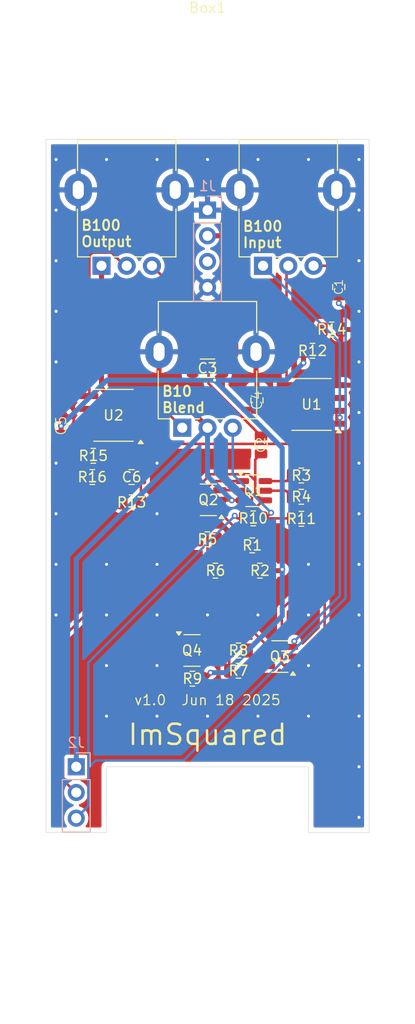
<source format=kicad_pcb>
(kicad_pcb (version 20241229) (generator "pcbnew") (generator_version "9.0")
  (layers (0 "F.Cu" jumper) (2 "B.Cu" signal) (13 "F.Paste" user) (15 "B.Paste" user) (5 "F.SilkS" user "F.Silkscreen") (7 "B.SilkS" user "B.Silkscreen") (1 "F.Mask" user) (3 "B.Mask" user) (25 "Edge.Cuts" user))
  (net 0 "")
  (net 1 "GND")
  (net 2 "IN")
  (net 3 "Net-(U2A--)")
  (net 4 "+V")
  (net 5 "OUT1")
  (net 6 "GNDREF")
  (net 7 "Net-(Q1A-E)")
  (net 8 "OUT2")
  (net 9 "Net-(Q2A-E)")
  (net 11 "Net-(Q1B-E)")
  (net 12 "Net-(Q3A-E)")
  (net 13 "Net-(Q2B-E)")
  (net 14 "Net-(Q4A-B)")
  (net 15 "IN2")
  (net 16 "OUT")
  (net 17 "Net-(Q3A-C)")
  (net 18 "Net-(Q3B-C)")
  (net 19 "Net-(Q3B-E)")
  (net 20 "2V")
  (net 21 "Net-(Q4B-C)")
  (net 22 "Net-(R10-Pad1)")
  (net 23 "Net-(U1A-+)")
  (net 24 "BUFF")
  (net 25 "Net-(R15-Pad1)")
  (net 26 "Net-(U1B-+)")
  (net 27 "Net-(C1-Pad2)")
  (net 28 "Net-(U2B-+)")
  (net 29 "Net-(C2-Pad2)")
  (footprint "Mylib:Potentiometer_9mm_MP" (layer "F.Cu") (at 100 84)
    (property "Reference" "RV3" (hide yes))
    (property "Value" "B10k Blend")
    (fp_line (start -4.88 6.62) (end -4.88 1.9) (stroke (width 0.12)) (layer "F.SilkS"))
    (fp_line (start -4.87 -1.91) (end -4.87 -4.97) (stroke (width 0.12)) (layer "F.SilkS"))
    (fp_line (start -3.69 6.62) (end -4.87 6.62) (stroke (width 0.12)) (layer "F.SilkS"))
    (fp_line (start -0.79 6.62) (end -1.32 6.62) (stroke (width 0.12)) (layer "F.SilkS"))
    (fp_line (start 1.66 6.62) (end 0.83 6.62) (stroke (width 0.12)) (layer "F.SilkS"))
    (fp_line (start 4.87 -4.97) (end -4.87 -4.97) (stroke (width 0.12)) (layer "F.SilkS"))
    (fp_line (start 4.87 -1.91) (end 4.87 -4.97) (stroke (width 0.12)) (layer "F.SilkS"))
    (fp_line (start 4.87 6.62) (end 3.38 6.62) (stroke (width 0.12)) (layer "F.SilkS"))
    (fp_line (start 4.87 6.62) (end 4.87 1.9) (stroke (width 0.12)) (layer "F.SilkS"))
    (pad "1" thru_hole rect (at -2.5 7.5) (size 1.8 1.8) (drill 1) (layers "*.Cu" "*.Mask") (net 25 "Net-(R15-Pad1)"))
    (pad "2" thru_hole circle (at 0 7.5) (size 1.8 1.8) (drill 1) (layers "*.Cu" "*.Mask") (net 6 "GNDREF"))
    (pad "3" thru_hole circle (at 2.5 7.5) (size 1.8 1.8) (drill 1) (layers "*.Cu" "*.Mask") (net 22 "Net-(R10-Pad1)"))
    (pad "MP" thru_hole oval (at -4.8 0) (size 2.72 3.24) (drill oval 1.1 1.8) (layers "*.Cu" "*.Mask") (net 1 "GND"))
    (pad "MP" thru_hole oval (at 4.8 0) (size 2.72 3.24) (drill oval 1.1 1.8) (layers "*.Cu" "*.Mask") (net 1 "GND"))
  )
  (footprint "Mylib:C_0704_1810Metric" (layer "F.Cu") (at 104.9 88.8 90)
    (property "Reference" "C4" (at 0 0 90) (layer "F.SilkS") (effects (font (thickness 0.1))))
    (property "Value" "0.1uF")
    (fp_line (start -0.25 -0.6) (end 0.25 -0.6) (stroke (width 0.12)) (layer "F.SilkS"))
    (fp_line (start -0.25 0.6) (end 0.25 0.6) (stroke (width 0.12)) (layer "F.SilkS"))
    (pad "1" smd roundrect (at -0.875 0 90) (size 0.9 1.25) (layers "F.Cu" "F.Mask" "F.Paste") (roundrect_rratio 0.2) (net 4 "+V"))
    (pad "2" smd roundrect (at 0.875 0 90) (size 0.9 1.25) (layers "F.Cu" "F.Mask" "F.Paste") (roundrect_rratio 0.2) (net 1 "GND"))
  )
  (footprint "Mylib:Potentiometer_9mm_MP" (layer "F.Cu") (at 92 68)
    (property "Reference" "RV2" (hide yes))
    (property "Value" "B100k Output")
    (fp_line (start -4.88 6.62) (end -4.88 1.9) (stroke (width 0.12)) (layer "F.SilkS"))
    (fp_line (start -4.87 -1.91) (end -4.87 -4.97) (stroke (width 0.12)) (layer "F.SilkS"))
    (fp_line (start -3.69 6.62) (end -4.87 6.62) (stroke (width 0.12)) (layer "F.SilkS"))
    (fp_line (start -0.79 6.62) (end -1.32 6.62) (stroke (width 0.12)) (layer "F.SilkS"))
    (fp_line (start 1.66 6.62) (end 0.83 6.62) (stroke (width 0.12)) (layer "F.SilkS"))
    (fp_line (start 4.87 -4.97) (end -4.87 -4.97) (stroke (width 0.12)) (layer "F.SilkS"))
    (fp_line (start 4.87 -1.91) (end 4.87 -4.97) (stroke (width 0.12)) (layer "F.SilkS"))
    (fp_line (start 4.87 6.62) (end 3.38 6.62) (stroke (width 0.12)) (layer "F.SilkS"))
    (fp_line (start 4.87 6.62) (end 4.87 1.9) (stroke (width 0.12)) (layer "F.SilkS"))
    (pad "1" thru_hole rect (at -2.5 7.5) (size 1.8 1.8) (drill 1) (layers "*.Cu" "*.Mask") (net 6 "GNDREF"))
    (pad "2" thru_hole circle (at 0 7.5) (size 1.8 1.8) (drill 1) (layers "*.Cu" "*.Mask") (net 28 "Net-(U2B-+)"))
    (pad "3" thru_hole circle (at 2.5 7.5) (size 1.8 1.8) (drill 1) (layers "*.Cu" "*.Mask") (net 29 "Net-(C2-Pad2)"))
    (pad "MP" thru_hole oval (at -4.8 0) (size 2.72 3.24) (drill oval 1.1 1.8) (layers "*.Cu" "*.Mask") (net 1 "GND"))
    (pad "MP" thru_hole oval (at 4.8 0) (size 2.72 3.24) (drill oval 1.1 1.8) (layers "*.Cu" "*.Mask") (net 1 "GND"))
  )
  (footprint "Resistor_SMD:R_0805_2012Metric" (layer "F.Cu") (at 109.286814 98.325686 180)
    (property "Reference" "R4" (at 0 0 0) (layer "F.SilkS"))
    (property "Value" "220")
    (fp_line (start -0.227064 0.735) (end 0.227064 0.735) (stroke (width 0.12)) (layer "F.SilkS"))
    (fp_line (start -0.227064 -0.735) (end 0.227064 -0.735) (stroke (width 0.12)) (layer "F.SilkS"))
    (pad "1" smd roundrect (at -0.9125 0 180) (size 1.025 1.4) (layers "F.Cu" "F.Mask" "F.Paste") (roundrect_rratio 0.243902) (net 17 "Net-(Q3A-C)"))
    (pad "2" smd roundrect (at 0.9125 0 180) (size 1.025 1.4) (layers "F.Cu" "F.Mask" "F.Paste") (roundrect_rratio 0.243902) (net 11 "Net-(Q1B-E)"))
  )
  (footprint "Package_SO:SOIC-8_3.9x4.9mm_P1.27mm" (layer "F.Cu") (at 90.6875 90.276249 180)
    (property "Reference" "U2" (at 0 0 0) (layer "F.SilkS"))
    (property "Value" "OPA1656")
    (fp_line (start 0 2.56) (end 1.95 2.56) (stroke (width 0.12)) (layer "F.SilkS"))
    (fp_line (start 0 2.56) (end -1.95 2.56) (stroke (width 0.12)) (layer "F.SilkS"))
    (fp_line (start 0 -2.56) (end 1.95 -2.56) (stroke (width 0.12)) (layer "F.SilkS"))
    (fp_line (start 0 -2.56) (end -1.95 -2.56) (stroke (width 0.12)) (layer "F.SilkS"))
    (fp_poly (pts (xy -2.7 -2.465) (xy -2.94 -2.795) (xy -2.46 -2.795)) (stroke (width 0.12)) (fill yes) (layer "F.SilkS"))
    (pad "1" smd roundrect (at -2.475 -1.905 180) (size 1.95 0.6) (layers "F.Cu" "F.Mask" "F.Paste") (net 16 "OUT"))
    (pad "2" smd roundrect (at -2.475 -0.635 180) (size 1.95 0.6) (layers "F.Cu" "F.Mask" "F.Paste") (net 3 "Net-(U2A--)"))
    (pad "3" smd roundrect (at -2.475 0.635 180) (size 1.95 0.6) (layers "F.Cu" "F.Mask" "F.Paste") (net 6 "GNDREF"))
    (pad "4" smd roundrect (at -2.475 1.905 180) (size 1.95 0.6) (layers "F.Cu" "F.Mask" "F.Paste") (net 1 "GND"))
    (pad "5" smd roundrect (at 2.475 1.905 180) (size 1.95 0.6) (layers "F.Cu" "F.Mask" "F.Paste") (net 28 "Net-(U2B-+)"))
    (pad "6" smd roundrect (at 2.475 0.635 180) (size 1.95 0.6) (layers "F.Cu" "F.Mask" "F.Paste") (net 24 "BUFF"))
    (pad "7" smd roundrect (at 2.475 -0.635 180) (size 1.95 0.6) (layers "F.Cu" "F.Mask" "F.Paste") (net 24 "BUFF"))
    (pad "8" smd roundrect (at 2.475 -1.905 180) (size 1.95 0.6) (layers "F.Cu" "F.Mask" "F.Paste") (net 4 "+V"))
  )
  (footprint "Mylib:1590A" (layer "F.Cu") (at 100 100)
    (property "Reference" "Box1" (at 0 -50 0) (layer "F.SilkS") (effects (font (thickness 0.1))))
    (property "Value" "1590A")
    (fp_line (start 0.05 50.375) (end 0.05 50.375) (stroke (width 0.1)) (layer "F.SilkS"))
  )
  (footprint "Resistor_SMD:R_0805_2012Metric" (layer "F.Cu") (at 105.186814 105.625686 180)
    (property "Reference" "R2" (at 0 0 0) (layer "F.SilkS"))
    (property "Value" "2.2k")
    (fp_line (start -0.227064 0.735) (end 0.227064 0.735) (stroke (width 0.12)) (layer "F.SilkS"))
    (fp_line (start -0.227064 -0.735) (end 0.227064 -0.735) (stroke (width 0.12)) (layer "F.SilkS"))
    (pad "1" smd roundrect (at -0.9125 0 180) (size 1.025 1.4) (layers "F.Cu" "F.Mask" "F.Paste") (roundrect_rratio 0.243902) (net 4 "+V"))
    (pad "2" smd roundrect (at 0.9125 0 180) (size 1.025 1.4) (layers "F.Cu" "F.Mask" "F.Paste") (roundrect_rratio 0.243902) (net 5 "OUT1"))
  )
  (footprint "Mylib:C_0704_1810Metric" (layer "F.Cu") (at 85.5 91.3 90)
    (property "Reference" "C5" (at 0 0 90) (layer "F.SilkS") (effects (font (thickness 0.1))))
    (property "Value" "0.1uF")
    (fp_line (start -0.25 -0.6) (end 0.25 -0.6) (stroke (width 0.12)) (layer "F.SilkS"))
    (fp_line (start -0.25 0.6) (end 0.25 0.6) (stroke (width 0.12)) (layer "F.SilkS"))
    (pad "1" smd roundrect (at -0.875 0 90) (size 0.9 1.25) (layers "F.Cu" "F.Mask" "F.Paste") (roundrect_rratio 0.2) (net 4 "+V"))
    (pad "2" smd roundrect (at 0.875 0 90) (size 0.9 1.25) (layers "F.Cu" "F.Mask" "F.Paste") (roundrect_rratio 0.2) (net 1 "GND"))
  )
  (footprint "Resistor_SMD:R_0805_2012Metric" (layer "F.Cu") (at 104.525686 100.460814 180)
    (property "Reference" "R10" (at 0 0 0) (layer "F.SilkS"))
    (property "Value" "15k")
    (fp_line (start -0.227064 0.735) (end 0.227064 0.735) (stroke (width 0.12)) (layer "F.SilkS"))
    (fp_line (start -0.227064 -0.735) (end 0.227064 -0.735) (stroke (width 0.12)) (layer "F.SilkS"))
    (pad "1" smd roundrect (at -0.9125 0 180) (size 1.025 1.4) (layers "F.Cu" "F.Mask" "F.Paste") (roundrect_rratio 0.243902) (net 22 "Net-(R10-Pad1)"))
    (pad "2" smd roundrect (at 0.9125 0 180) (size 1.025 1.4) (layers "F.Cu" "F.Mask" "F.Paste") (roundrect_rratio 0.243902) (net 2 "IN"))
  )
  (footprint "Package_SO:SOIC-8_3.9x4.9mm_P1.27mm" (layer "F.Cu") (at 110.3 89.2 180)
    (property "Reference" "U1" (at 0 0 0) (layer "F.SilkS"))
    (property "Value" "OPA1656")
    (fp_line (start 0 2.56) (end 1.95 2.56) (stroke (width 0.12)) (layer "F.SilkS"))
    (fp_line (start 0 2.56) (end -1.95 2.56) (stroke (width 0.12)) (layer "F.SilkS"))
    (fp_line (start 0 -2.56) (end 1.95 -2.56) (stroke (width 0.12)) (layer "F.SilkS"))
    (fp_line (start 0 -2.56) (end -1.95 -2.56) (stroke (width 0.12)) (layer "F.SilkS"))
    (fp_poly (pts (xy -2.7 -2.465) (xy -2.94 -2.795) (xy -2.46 -2.795)) (stroke (width 0.12)) (fill yes) (layer "F.SilkS"))
    (pad "1" smd roundrect (at -2.475 -1.905 180) (size 1.95 0.6) (layers "F.Cu" "F.Mask" "F.Paste") (net 20 "2V"))
    (pad "2" smd roundrect (at -2.475 -0.635 180) (size 1.95 0.6) (layers "F.Cu" "F.Mask" "F.Paste") (net 20 "2V"))
    (pad "3" smd roundrect (at -2.475 0.635 180) (size 1.95 0.6) (layers "F.Cu" "F.Mask" "F.Paste") (net 23 "Net-(U1A-+)"))
    (pad "4" smd roundrect (at -2.475 1.905 180) (size 1.95 0.6) (layers "F.Cu" "F.Mask" "F.Paste") (net 1 "GND"))
    (pad "5" smd roundrect (at 2.475 1.905 180) (size 1.95 0.6) (layers "F.Cu" "F.Mask" "F.Paste") (net 26 "Net-(U1B-+)"))
    (pad "6" smd roundrect (at 2.475 0.635 180) (size 1.95 0.6) (layers "F.Cu" "F.Mask" "F.Paste") (net 15 "IN2"))
    (pad "7" smd roundrect (at 2.475 -0.635 180) (size 1.95 0.6) (layers "F.Cu" "F.Mask" "F.Paste") (net 15 "IN2"))
    (pad "8" smd roundrect (at 2.475 -1.905 180) (size 1.95 0.6) (layers "F.Cu" "F.Mask" "F.Paste") (net 4 "+V"))
  )
  (footprint "Resistor_SMD:R_0805_2012Metric" (layer "F.Cu") (at 88.6875 94.276249)
    (property "Reference" "R15" (at 0 0 0) (layer "F.SilkS"))
    (property "Value" "15k")
    (fp_line (start -0.227064 -0.735) (end 0.227064 -0.735) (stroke (width 0.12)) (layer "F.SilkS"))
    (fp_line (start -0.227064 0.735) (end 0.227064 0.735) (stroke (width 0.12)) (layer "F.SilkS"))
    (pad "1" smd roundrect (at -0.9125 0) (size 1.025 1.4) (layers "F.Cu" "F.Mask" "F.Paste") (roundrect_rratio 0.243902) (net 25 "Net-(R15-Pad1)"))
    (pad "2" smd roundrect (at 0.9125 0) (size 1.025 1.4) (layers "F.Cu" "F.Mask" "F.Paste") (roundrect_rratio 0.243902) (net 24 "BUFF"))
  )
  (footprint "Resistor_SMD:R_0805_2012Metric" (layer "F.Cu") (at 99.986814 102.525686)
    (property "Reference" "R5" (at 0 0 0) (layer "F.SilkS"))
    (property "Value" "220")
    (fp_line (start -0.227064 -0.735) (end 0.227064 -0.735) (stroke (width 0.12)) (layer "F.SilkS"))
    (fp_line (start -0.227064 0.735) (end 0.227064 0.735) (stroke (width 0.12)) (layer "F.SilkS"))
    (pad "1" smd roundrect (at -0.9125 0) (size 1.025 1.4) (layers "F.Cu" "F.Mask" "F.Paste") (roundrect_rratio 0.243902) (net 9 "Net-(Q2A-E)"))
    (pad "2" smd roundrect (at 0.9125 0) (size 1.025 1.4) (layers "F.Cu" "F.Mask" "F.Paste") (roundrect_rratio 0.243902) (net 18 "Net-(Q3B-C)"))
  )
  (footprint "Capacitor_SMD:C_1206_3216Metric" (layer "F.Cu") (at 100 85.625 180)
    (property "Reference" "C3" (at 0 0 0) (layer "F.SilkS"))
    (property "Value" "22uF")
    (fp_line (start -0.711252 0.91) (end 0.711252 0.91) (stroke (width 0.12)) (layer "F.SilkS"))
    (fp_line (start -0.711252 -0.91) (end 0.711252 -0.91) (stroke (width 0.12)) (layer "F.SilkS"))
    (pad "1" smd roundrect (at -1.475001 0 180) (size 1.15 1.8) (layers "F.Cu" "F.Mask" "F.Paste") (roundrect_rratio 0.217391) (net 4 "+V"))
    (pad "2" smd roundrect (at 1.475001 0 180) (size 1.15 1.8) (layers "F.Cu" "F.Mask" "F.Paste") (roundrect_rratio 0.217391) (net 1 "GND"))
  )
  (footprint "Resistor_SMD:R_0805_2012Metric" (layer "F.Cu") (at 92.4875 98.876249 180)
    (property "Reference" "R13" (at 0 0 0) (layer "F.SilkS"))
    (property "Value" "51k")
    (fp_line (start -0.227064 0.735) (end 0.227064 0.735) (stroke (width 0.12)) (layer "F.SilkS"))
    (fp_line (start -0.227064 -0.735) (end 0.227064 -0.735) (stroke (width 0.12)) (layer "F.SilkS"))
    (pad "1" smd roundrect (at -0.9125 0 180) (size 1.025 1.4) (layers "F.Cu" "F.Mask" "F.Paste") (roundrect_rratio 0.243902) (net 16 "OUT"))
    (pad "2" smd roundrect (at 0.9125 0 180) (size 1.025 1.4) (layers "F.Cu" "F.Mask" "F.Paste") (roundrect_rratio 0.243902) (net 3 "Net-(U2A--)"))
  )
  (footprint "Package_TO_SOT_SMD:SOT-23-6" (layer "F.Cu") (at 107.163186 114.110814 180)
    (property "Reference" "Q3" (at 0 0 0) (layer "F.SilkS"))
    (property "Value" "DMMT5551")
    (fp_line (start 0 1.56) (end 0.8 1.56) (stroke (width 0.12)) (layer "F.SilkS"))
    (fp_line (start 0 1.56) (end -0.8 1.56) (stroke (width 0.12)) (layer "F.SilkS"))
    (fp_line (start 0 -1.56) (end 0.8 -1.56) (stroke (width 0.12)) (layer "F.SilkS"))
    (fp_line (start 0 -1.56) (end -0.8 -1.56) (stroke (width 0.12)) (layer "F.SilkS"))
    (fp_poly (pts (xy -1.3 -1.51) (xy -1.54 -1.84) (xy -1.06 -1.84)) (stroke (width 0.12)) (fill yes) (layer "F.SilkS"))
    (pad "1" smd roundrect (at -1.1375 -0.95 180) (size 1.325 0.6) (layers "F.Cu" "F.Mask" "F.Paste") (net 17 "Net-(Q3A-C)"))
    (pad "2" smd roundrect (at -1.1375 0 180) (size 1.325 0.6) (layers "F.Cu" "F.Mask" "F.Paste") (net 15 "IN2"))
    (pad "3" smd roundrect (at -1.1375 0.95 180) (size 1.325 0.6) (layers "F.Cu" "F.Mask" "F.Paste") (net 20 "2V"))
    (pad "4" smd roundrect (at 1.1375 0.95 180) (size 1.325 0.6) (layers "F.Cu" "F.Mask" "F.Paste") (net 18 "Net-(Q3B-C)"))
    (pad "5" smd roundrect (at 1.1375 0 180) (size 1.325 0.6) (layers "F.Cu" "F.Mask" "F.Paste") (net 19 "Net-(Q3B-E)"))
    (pad "6" smd roundrect (at 1.1375 -0.95 180) (size 1.325 0.6) (layers "F.Cu" "F.Mask" "F.Paste") (net 12 "Net-(Q3A-E)"))
  )
  (footprint "Resistor_SMD:R_0805_2012Metric" (layer "F.Cu") (at 109.286814 96.225686)
    (property "Reference" "R3" (at 0 0 0) (layer "F.SilkS"))
    (property "Value" "220")
    (fp_line (start -0.227064 -0.735) (end 0.227064 -0.735) (stroke (width 0.12)) (layer "F.SilkS"))
    (fp_line (start -0.227064 0.735) (end 0.227064 0.735) (stroke (width 0.12)) (layer "F.SilkS"))
    (pad "1" smd roundrect (at -0.9125 0) (size 1.025 1.4) (layers "F.Cu" "F.Mask" "F.Paste") (roundrect_rratio 0.243902) (net 7 "Net-(Q1A-E)"))
    (pad "2" smd roundrect (at 0.9125 0) (size 1.025 1.4) (layers "F.Cu" "F.Mask" "F.Paste") (roundrect_rratio 0.243902) (net 17 "Net-(Q3A-C)"))
  )
  (footprint "Resistor_SMD:R_0805_2012Metric" (layer "F.Cu") (at 98.5 116.3 180)
    (property "Reference" "R9" (at 0 0 0) (layer "F.SilkS"))
    (property "Value" "10k")
    (fp_line (start -0.227064 0.735) (end 0.227064 0.735) (stroke (width 0.12)) (layer "F.SilkS"))
    (fp_line (start -0.227064 -0.735) (end 0.227064 -0.735) (stroke (width 0.12)) (layer "F.SilkS"))
    (pad "1" smd roundrect (at -0.9125 0 180) (size 1.025 1.4) (layers "F.Cu" "F.Mask" "F.Paste") (roundrect_rratio 0.243902) (net 4 "+V"))
    (pad "2" smd roundrect (at 0.9125 0 180) (size 1.025 1.4) (layers "F.Cu" "F.Mask" "F.Paste") (roundrect_rratio 0.243902) (net 14 "Net-(Q4A-B)"))
  )
  (footprint "Resistor_SMD:R_0805_2012Metric" (layer "F.Cu") (at 103.063186 115.510814 180)
    (property "Reference" "R7" (at 0 0 0) (layer "F.SilkS"))
    (property "Value" "220")
    (fp_line (start -0.227064 0.735) (end 0.227064 0.735) (stroke (width 0.12)) (layer "F.SilkS"))
    (fp_line (start -0.227064 -0.735) (end 0.227064 -0.735) (stroke (width 0.12)) (layer "F.SilkS"))
    (pad "1" smd roundrect (at -0.9125 0 180) (size 1.025 1.4) (layers "F.Cu" "F.Mask" "F.Paste") (roundrect_rratio 0.243902) (net 12 "Net-(Q3A-E)"))
    (pad "2" smd roundrect (at 0.9125 0 180) (size 1.025 1.4) (layers "F.Cu" "F.Mask" "F.Paste") (roundrect_rratio 0.243902) (net 21 "Net-(Q4B-C)"))
  )
  (footprint "Resistor_SMD:R_0805_2012Metric" (layer "F.Cu") (at 100.786814 105.625686 180)
    (property "Reference" "R6" (at 0 0 0) (layer "F.SilkS"))
    (property "Value" "220")
    (fp_line (start -0.227064 0.735) (end 0.227064 0.735) (stroke (width 0.12)) (layer "F.SilkS"))
    (fp_line (start -0.227064 -0.735) (end 0.227064 -0.735) (stroke (width 0.12)) (layer "F.SilkS"))
    (pad "1" smd roundrect (at -0.9125 0 180) (size 1.025 1.4) (layers "F.Cu" "F.Mask" "F.Paste") (roundrect_rratio 0.243902) (net 18 "Net-(Q3B-C)"))
    (pad "2" smd roundrect (at 0.9125 0 180) (size 1.025 1.4) (layers "F.Cu" "F.Mask" "F.Paste") (roundrect_rratio 0.243902) (net 13 "Net-(Q2B-E)"))
  )
  (footprint "Resistor_SMD:R_0805_2012Metric" (layer "F.Cu") (at 109.3 100.5 180)
    (property "Reference" "R11" (at 0 0 0) (layer "F.SilkS"))
    (property "Value" "15k")
    (fp_line (start -0.227064 0.735) (end 0.227064 0.735) (stroke (width 0.12)) (layer "F.SilkS"))
    (fp_line (start -0.227064 -0.735) (end 0.227064 -0.735) (stroke (width 0.12)) (layer "F.SilkS"))
    (pad "1" smd roundrect (at -0.9125 0 180) (size 1.025 1.4) (layers "F.Cu" "F.Mask" "F.Paste") (roundrect_rratio 0.243902) (net 3 "Net-(U2A--)"))
    (pad "2" smd roundrect (at 0.9125 0 180) (size 1.025 1.4) (layers "F.Cu" "F.Mask" "F.Paste") (roundrect_rratio 0.243902) (net 22 "Net-(R10-Pad1)"))
  )
  (footprint "Resistor_SMD:R_0805_2012Metric" (layer "F.Cu") (at 110.4 83.9 180)
    (property "Reference" "R12" (at 0 0 0) (layer "F.SilkS"))
    (property "Value" "22k")
    (fp_line (start -0.227064 0.735) (end 0.227064 0.735) (stroke (width 0.12)) (layer "F.SilkS"))
    (fp_line (start -0.227064 -0.735) (end 0.227064 -0.735) (stroke (width 0.12)) (layer "F.SilkS"))
    (pad "1" smd roundrect (at -0.9125 0 180) (size 1.025 1.4) (layers "F.Cu" "F.Mask" "F.Paste") (roundrect_rratio 0.243902) (net 23 "Net-(U1A-+)"))
    (pad "2" smd roundrect (at 0.9125 0 180) (size 1.025 1.4) (layers "F.Cu" "F.Mask" "F.Paste") (roundrect_rratio 0.243902) (net 4 "+V"))
  )
  (footprint "Capacitor_SMD:C_0805_2012Metric" (layer "F.Cu") (at 92.4875 96.376249 180)
    (property "Reference" "C6" (at 0 0 0) (layer "F.SilkS"))
    (property "Value" "47pF")
    (fp_line (start -0.261252 0.735) (end 0.261252 0.735) (stroke (width 0.12)) (layer "F.SilkS"))
    (fp_line (start -0.261252 -0.735) (end 0.261252 -0.735) (stroke (width 0.12)) (layer "F.SilkS"))
    (pad "1" smd roundrect (at -0.95 0 180) (size 1 1.45) (layers "F.Cu" "F.Mask" "F.Paste") (net 16 "OUT"))
    (pad "2" smd roundrect (at 0.95 0 180) (size 1 1.45) (layers "F.Cu" "F.Mask" "F.Paste") (net 3 "Net-(U2A--)"))
  )
  (footprint "Resistor_SMD:R_0805_2012Metric" (layer "F.Cu") (at 104.425686 103.125686 180)
    (property "Reference" "R1" (at 0 0 0) (layer "F.SilkS"))
    (property "Value" "2.2k")
    (fp_line (start -0.227064 0.735) (end 0.227064 0.735) (stroke (width 0.12)) (layer "F.SilkS"))
    (fp_line (start -0.227064 -0.735) (end 0.227064 -0.735) (stroke (width 0.12)) (layer "F.SilkS"))
    (pad "1" smd roundrect (at -0.9125 0 180) (size 1.025 1.4) (layers "F.Cu" "F.Mask" "F.Paste") (roundrect_rratio 0.243902) (net 4 "+V"))
    (pad "2" smd roundrect (at 0.9125 0 180) (size 1.025 1.4) (layers "F.Cu" "F.Mask" "F.Paste") (roundrect_rratio 0.243902) (net 8 "OUT2"))
  )
  (footprint "Resistor_SMD:R_0805_2012Metric" (layer "F.Cu") (at 88.5875 96.376249 180)
    (property "Reference" "R16" (at 0 0 0) (layer "F.SilkS"))
    (property "Value" "15k")
    (fp_line (start -0.227064 0.735) (end 0.227064 0.735) (stroke (width 0.12)) (layer "F.SilkS"))
    (fp_line (start -0.227064 -0.735) (end 0.227064 -0.735) (stroke (width 0.12)) (layer "F.SilkS"))
    (pad "1" smd roundrect (at -0.9125 0 180) (size 1.025 1.4) (layers "F.Cu" "F.Mask" "F.Paste") (roundrect_rratio 0.243902) (net 3 "Net-(U2A--)"))
    (pad "2" smd roundrect (at 0.9125 0 180) (size 1.025 1.4) (layers "F.Cu" "F.Mask" "F.Paste") (roundrect_rratio 0.243902) (net 25 "Net-(R15-Pad1)"))
  )
  (footprint "Package_TO_SOT_SMD:SOT-23-6" (layer "F.Cu") (at 98.463186 113.510814)
    (property "Reference" "Q4" (at 0 0 0) (layer "F.SilkS"))
    (property "Value" "DMMT5551")
    (fp_line (start 0 -1.56) (end -0.8 -1.56) (stroke (width 0.12)) (layer "F.SilkS"))
    (fp_line (start 0 -1.56) (end 0.8 -1.56) (stroke (width 0.12)) (layer "F.SilkS"))
    (fp_line (start 0 1.56) (end -0.8 1.56) (stroke (width 0.12)) (layer "F.SilkS"))
    (fp_line (start 0 1.56) (end 0.8 1.56) (stroke (width 0.12)) (layer "F.SilkS"))
    (fp_poly (pts (xy -1.3 -1.51) (xy -1.54 -1.84) (xy -1.06 -1.84)) (stroke (width 0.12)) (fill yes) (layer "F.SilkS"))
    (pad "1" smd roundrect (at -1.1375 -0.95) (size 1.325 0.6) (layers "F.Cu" "F.Mask" "F.Paste") (net 14 "Net-(Q4A-B)"))
    (pad "2" smd roundrect (at -1.1375 0) (size 1.325 0.6) (layers "F.Cu" "F.Mask" "F.Paste") (net 14 "Net-(Q4A-B)"))
    (pad "3" smd roundrect (at -1.1375 0.95) (size 1.325 0.6) (layers "F.Cu" "F.Mask" "F.Paste") (net 14 "Net-(Q4A-B)"))
    (pad "4" smd roundrect (at 1.1375 0.95) (size 1.325 0.6) (layers "F.Cu" "F.Mask" "F.Paste") (net 21 "Net-(Q4B-C)"))
    (pad "5" smd roundrect (at 1.1375 0) (size 1.325 0.6) (layers "F.Cu" "F.Mask" "F.Paste") (net 1 "GND"))
    (pad "6" smd roundrect (at 1.1375 -0.95) (size 1.325 0.6) (layers "F.Cu" "F.Mask" "F.Paste") (net 1 "GND"))
  )
  (footprint "Mylib:C_0704_1810Metric" (layer "F.Cu") (at 105.3 93.2 90)
    (property "Reference" "C2" (at 0 0 90) (layer "F.SilkS") (effects (font (size 0.8 0.8) (thickness 0.1))))
    (property "Value" "0.1uF")
    (fp_line (start -0.25 -0.6) (end 0.25 -0.6) (stroke (width 0.12)) (layer "F.SilkS"))
    (fp_line (start -0.25 0.6) (end 0.25 0.6) (stroke (width 0.12)) (layer "F.SilkS"))
    (pad "1" smd roundrect (at -0.875 0 90) (size 0.9 1.25) (layers "F.Cu" "F.Mask" "F.Paste") (roundrect_rratio 0.2) (net 5 "OUT1"))
    (pad "2" smd roundrect (at 0.875 0 90) (size 0.9 1.25) (layers "F.Cu" "F.Mask" "F.Paste") (roundrect_rratio 0.2) (net 29 "Net-(C2-Pad2)"))
  )
  (footprint "Mylib:Potentiometer_9mm_MP" (layer "F.Cu") (at 108 68)
    (property "Reference" "RV1" (hide yes))
    (property "Value" "B100k Input")
    (fp_line (start -4.88 6.62) (end -4.88 1.9) (stroke (width 0.12)) (layer "F.SilkS"))
    (fp_line (start -4.87 -1.91) (end -4.87 -4.97) (stroke (width 0.12)) (layer "F.SilkS"))
    (fp_line (start -3.69 6.62) (end -4.87 6.62) (stroke (width 0.12)) (layer "F.SilkS"))
    (fp_line (start -0.79 6.62) (end -1.32 6.62) (stroke (width 0.12)) (layer "F.SilkS"))
    (fp_line (start 1.66 6.62) (end 0.83 6.62) (stroke (width 0.12)) (layer "F.SilkS"))
    (fp_line (start 4.87 -4.97) (end -4.87 -4.97) (stroke (width 0.12)) (layer "F.SilkS"))
    (fp_line (start 4.87 -1.91) (end 4.87 -4.97) (stroke (width 0.12)) (layer "F.SilkS"))
    (fp_line (start 4.87 6.62) (end 3.38 6.62) (stroke (width 0.12)) (layer "F.SilkS"))
    (fp_line (start 4.87 6.62) (end 4.87 1.9) (stroke (width 0.12)) (layer "F.SilkS"))
    (pad "1" thru_hole rect (at -2.5 7.5) (size 1.8 1.8) (drill 1) (layers "*.Cu" "*.Mask") (net 20 "2V"))
    (pad "2" thru_hole circle (at 0 7.5) (size 1.8 1.8) (drill 1) (layers "*.Cu" "*.Mask") (net 26 "Net-(U1B-+)"))
    (pad "3" thru_hole circle (at 2.5 7.5) (size 1.8 1.8) (drill 1) (layers "*.Cu" "*.Mask") (net 27 "Net-(C1-Pad2)"))
    (pad "MP" thru_hole oval (at -4.8 0) (size 2.72 3.24) (drill oval 1.1 1.8) (layers "*.Cu" "*.Mask") (net 1 "GND"))
    (pad "MP" thru_hole oval (at 4.8 0) (size 2.72 3.24) (drill oval 1.1 1.8) (layers "*.Cu" "*.Mask") (net 1 "GND"))
  )
  (footprint "Resistor_SMD:R_0805_2012Metric" (layer "F.Cu") (at 103.063186 113.510814)
    (property "Reference" "R8" (at 0 0 0) (layer "F.SilkS"))
    (property "Value" "220")
    (fp_line (start -0.227064 -0.735) (end 0.227064 -0.735) (stroke (width 0.12)) (layer "F.SilkS"))
    (fp_line (start -0.227064 0.735) (end 0.227064 0.735) (stroke (width 0.12)) (layer "F.SilkS"))
    (pad "1" smd roundrect (at -0.9125 0) (size 1.025 1.4) (layers "F.Cu" "F.Mask" "F.Paste") (roundrect_rratio 0.243902) (net 21 "Net-(Q4B-C)"))
    (pad "2" smd roundrect (at 0.9125 0) (size 1.025 1.4) (layers "F.Cu" "F.Mask" "F.Paste") (roundrect_rratio 0.243902) (net 19 "Net-(Q3B-E)"))
  )
  (footprint "Package_TO_SOT_SMD:SOT-23-6" (layer "F.Cu") (at 100.086814 98.625686 180)
    (property "Reference" "Q2" (at 0 0 0) (layer "F.SilkS"))
    (property "Value" "DMMT5551")
    (fp_line (start 0 1.56) (end 0.8 1.56) (stroke (width 0.12)) (layer "F.SilkS"))
    (fp_line (start 0 1.56) (end -0.8 1.56) (stroke (width 0.12)) (layer "F.SilkS"))
    (fp_line (start 0 -1.56) (end 0.8 -1.56) (stroke (width 0.12)) (layer "F.SilkS"))
    (fp_line (start 0 -1.56) (end -0.8 -1.56) (stroke (width 0.12)) (layer "F.SilkS"))
    (fp_poly (pts (xy -1.3 -1.51) (xy -1.54 -1.84) (xy -1.06 -1.84)) (stroke (width 0.12)) (fill yes) (layer "F.SilkS"))
    (pad "1" smd roundrect (at -1.1375 -0.95 180) (size 1.325 0.6) (layers "F.Cu" "F.Mask" "F.Paste") (net 8 "OUT2"))
    (pad "2" smd roundrect (at -1.1375 0 180) (size 1.325 0.6) (layers "F.Cu" "F.Mask" "F.Paste") (net 6 "GNDREF"))
    (pad "3" smd roundrect (at -1.1375 0.95 180) (size 1.325 0.6) (layers "F.Cu" "F.Mask" "F.Paste") (net 2 "IN"))
    (pad "4" smd roundrect (at 1.1375 0.95 180) (size 1.325 0.6) (layers "F.Cu" "F.Mask" "F.Paste") (net 5 "OUT1"))
    (pad "5" smd roundrect (at 1.1375 0 180) (size 1.325 0.6) (layers "F.Cu" "F.Mask" "F.Paste") (net 13 "Net-(Q2B-E)"))
    (pad "6" smd roundrect (at 1.1375 -0.95 180) (size 1.325 0.6) (layers "F.Cu" "F.Mask" "F.Paste") (net 9 "Net-(Q2A-E)"))
  )
  (footprint "Mylib:C_0704_1810Metric" (layer "F.Cu") (at 113 77.6 90)
    (property "Reference" "C1" (at 0 0 90) (layer "F.SilkS") (effects (font (size 0.8 0.8) (thickness 0.1))))
    (property "Value" "0.1uF")
    (fp_line (start -0.25 -0.6) (end 0.25 -0.6) (stroke (width 0.12)) (layer "F.SilkS"))
    (fp_line (start -0.25 0.6) (end 0.25 0.6) (stroke (width 0.12)) (layer "F.SilkS"))
    (pad "1" smd roundrect (at -0.875 0 90) (size 0.9 1.25) (layers "F.Cu" "F.Mask" "F.Paste") (roundrect_rratio 0.2) (net 2 "IN"))
    (pad "2" smd roundrect (at 0.875 0 90) (size 0.9 1.25) (layers "F.Cu" "F.Mask" "F.Paste") (roundrect_rratio 0.2) (net 27 "Net-(C1-Pad2)"))
  )
  (footprint "Resistor_SMD:R_0805_2012Metric" (layer "F.Cu") (at 112.3 81.8 180)
    (property "Reference" "R14" (at 0 0 0) (layer "F.SilkS"))
    (property "Value" "10k")
    (fp_line (start -0.227064 0.735) (end 0.227064 0.735) (stroke (width 0.12)) (layer "F.SilkS"))
    (fp_line (start -0.227064 -0.735) (end 0.227064 -0.735) (stroke (width 0.12)) (layer "F.SilkS"))
    (pad "1" smd roundrect (at -0.9125 0 180) (size 1.025 1.4) (layers "F.Cu" "F.Mask" "F.Paste") (roundrect_rratio 0.243902) (net 1 "GND"))
    (pad "2" smd roundrect (at 0.9125 0 180) (size 1.025 1.4) (layers "F.Cu" "F.Mask" "F.Paste") (roundrect_rratio 0.243902) (net 23 "Net-(U1A-+)"))
  )
  (footprint "Package_TO_SOT_SMD:SOT-23-6" (layer "F.Cu") (at 104.586814 97.725686)
    (property "Reference" "Q1" (at 0 0 0) (layer "F.SilkS"))
    (property "Value" "DMMT5551")
    (fp_line (start 0 -1.56) (end -0.8 -1.56) (stroke (width 0.12)) (layer "F.SilkS"))
    (fp_line (start 0 -1.56) (end 0.8 -1.56) (stroke (width 0.12)) (layer "F.SilkS"))
    (fp_line (start 0 1.56) (end -0.8 1.56) (stroke (width 0.12)) (layer "F.SilkS"))
    (fp_line (start 0 1.56) (end 0.8 1.56) (stroke (width 0.12)) (layer "F.SilkS"))
    (fp_poly (pts (xy -1.3 -1.51) (xy -1.54 -1.84) (xy -1.06 -1.84)) (stroke (width 0.12)) (fill yes) (layer "F.SilkS"))
    (pad "1" smd roundrect (at -1.1375 -0.95) (size 1.325 0.6) (layers "F.Cu" "F.Mask" "F.Paste") (net 8 "OUT2"))
    (pad "2" smd roundrect (at -1.1375 0) (size 1.325 0.6) (layers "F.Cu" "F.Mask" "F.Paste") (net 2 "IN"))
    (pad "3" smd roundrect (at -1.1375 0.95) (size 1.325 0.6) (layers "F.Cu" "F.Mask" "F.Paste") (net 6 "GNDREF"))
    (pad "4" smd roundrect (at 1.1375 0.95) (size 1.325 0.6) (layers "F.Cu" "F.Mask" "F.Paste") (net 5 "OUT1"))
    (pad "5" smd roundrect (at 1.1375 0) (size 1.325 0.6) (layers "F.Cu" "F.Mask" "F.Paste") (net 11 "Net-(Q1B-E)"))
    (pad "6" smd roundrect (at 1.1375 -0.95) (size 1.325 0.6) (layers "F.Cu" "F.Mask" "F.Paste") (net 7 "Net-(Q1A-E)"))
  )
  (footprint "Connector_PinHeader_2.54mm:PinHeader_1x04_P2.54mm_Vertical" (layer "B.Cu") (at 100 70 180)
    (property "Reference" "J1" (at 0 2.38 0) (layer "B.SilkS") (effects (justify mirror)))
    (property "Value" "Conn_01x04_Pin")
    (fp_line (start 1.38 -1.27) (end 1.38 -9) (stroke (width 0.12)) (layer "B.SilkS"))
    (fp_line (start -1.38 1.38) (end 0 1.38) (stroke (width 0.12)) (layer "B.SilkS"))
    (fp_line (start -1.38 0) (end -1.38 1.38) (stroke (width 0.12)) (layer "B.SilkS"))
    (fp_line (start -1.38 -1.27) (end 1.38 -1.27) (stroke (width 0.12)) (layer "B.SilkS"))
    (fp_line (start -1.38 -1.27) (end -1.38 -9) (stroke (width 0.12)) (layer "B.SilkS"))
    (fp_line (start -1.38 -9) (end 1.38 -9) (stroke (width 0.12)) (layer "B.SilkS"))
    (pad "1" thru_hole rect (at 0 0 180) (size 1.7 1.7) (drill 1) (layers "*.Cu" "*.Mask") (net 1 "GND"))
    (pad "2" thru_hole circle (at 0 -2.54 180) (size 1.7 1.7) (drill 1) (layers "*.Cu" "*.Mask") (net 4 "+V"))
    (pad "3" thru_hole circle (at 0 -5.08 180) (size 1.7 1.7) (drill 1) (layers "*.Cu" "*.Mask"))
    (pad "4" thru_hole circle (at 0 -7.62 180) (size 1.7 1.7) (drill 1) (layers "*.Cu" "*.Mask") (net 1 "GND"))
  )
  (footprint "Connector_PinHeader_2.54mm:PinHeader_1x03_P2.54mm_Vertical" (layer "B.Cu") (at 87 125 180)
    (property "Reference" "J2" (at 0 2.38 0) (layer "B.SilkS") (effects (justify mirror)))
    (property "Value" "Conn_01x03_Pin")
    (fp_line (start 1.38 -1.27) (end 1.38 -6.46) (stroke (width 0.12)) (layer "B.SilkS"))
    (fp_line (start -1.38 1.38) (end 0 1.38) (stroke (width 0.12)) (layer "B.SilkS"))
    (fp_line (start -1.38 0) (end -1.38 1.38) (stroke (width 0.12)) (layer "B.SilkS"))
    (fp_line (start -1.38 -1.27) (end 1.38 -1.27) (stroke (width 0.12)) (layer "B.SilkS"))
    (fp_line (start -1.38 -1.27) (end -1.38 -6.46) (stroke (width 0.12)) (layer "B.SilkS"))
    (fp_line (start -1.38 -6.46) (end 1.38 -6.46) (stroke (width 0.12)) (layer "B.SilkS"))
    (pad "1" thru_hole rect (at 0 0 180) (size 1.7 1.7) (drill 1) (layers "*.Cu" "*.Mask") (net 6 "GNDREF"))
    (pad "2" thru_hole circle (at 0 -2.54 180) (size 1.7 1.7) (drill 1) (layers "*.Cu" "*.Mask") (net 16 "OUT"))
    (pad "3" thru_hole circle (at 0 -5.08 180) (size 1.7 1.7) (drill 1) (layers "*.Cu" "*.Mask") (net 2 "IN"))
  )
  (gr_line (start 116 131.5) (end 116 63) (stroke (width 0.05)) (layer "Edge.Cuts"))
  (gr_line (start 84 131.5) (end 90 131.5) (stroke (width 0.05)) (layer "Edge.Cuts"))
  (gr_line (start 116 63) (end 84 63) (stroke (width 0.05)) (layer "Edge.Cuts"))
  (gr_line (start 90 125) (end 110 125) (stroke (width 0.05)) (layer "Edge.Cuts"))
  (gr_line (start 110 131.5) (end 116 131.5) (stroke (width 0.05)) (layer "Edge.Cuts"))
  (gr_line (start 90 131.5) (end 90 125) (stroke (width 0.05)) (layer "Edge.Cuts"))
  (gr_line (start 84 63) (end 84 131.5) (stroke (width 0.05)) (layer "Edge.Cuts"))
  (gr_line (start 110 125) (end 110 131.5) (stroke (width 0.05)) (layer "Edge.Cuts"))
  (gr_text "v1.0  Jun 18 2025" (at 100 119 0) (layer "F.SilkS") (effects (font (size 1 1) (thickness 0.125)) (justify bottom)))
  (gr_text "B10\nBlend" (at 95.4 90.1 0) (layer "F.SilkS") (effects (font (size 1 1) (thickness 0.2) (bold yes)) (justify left bottom)))
  (gr_text "B100\nOutput" (at 87.4 73.7 0) (layer "F.SilkS") (effects (font (size 1 1) (thickness 0.2) (bold yes)) (justify left bottom)))
  (gr_text "ImSquared" (at 100 123 0) (layer "F.SilkS") (effects (font (size 2 2) (thickness 0.25)) (justify bottom)))
  (gr_text "B100\nInput" (at 103.4 73.8 0) (layer "F.SilkS") (effects (font (size 1 1) (thickness 0.2) (bold yes)) (justify left bottom)))
  (via (at 110 110) (size 0.6) (drill 0.3) (layers "F.Cu" "B.Cu") (net 1))
  (via (at 105 65) (size 0.6) (drill 0.3) (layers "F.Cu" "B.Cu") (net 1))
  (via (at 85 80) (size 0.6) (drill 0.3) (layers "F.Cu" "B.Cu") (net 1))
  (via (at 115 125) (size 0.6) (drill 0.3) (layers "F.Cu" "B.Cu") (net 1))
  (via (at 115 100) (size 0.6) (drill 0.3) (layers "F.Cu" "B.Cu") (net 1))
  (via (at 85 75) (size 0.6) (drill 0.3) (layers "F.Cu" "B.Cu") (net 1))
  (via (at 115 120) (size 0.6) (drill 0.3) (layers "F.Cu" "B.Cu") (net 1))
  (via (at 105 110) (size 0.6) (drill 0.3) (layers "F.Cu" "B.Cu") (net 1))
  (via (at 95 65) (size 0.6) (drill 0.3) (layers "F.Cu" "B.Cu") (net 1))
  (via (at 115 90) (size 0.6) (drill 0.3) (layers "F.Cu" "B.Cu") (net 1))
  (via (at 85 85) (size 0.6) (drill 0.3) (layers "F.Cu" "B.Cu") (net 1))
  (via (at 90 105) (size 0.6) (drill 0.3) (layers "F.Cu" "B.Cu") (net 1))
  (via (at 95 120) (size 0.6) (drill 0.3) (layers "F.Cu" "B.Cu") (net 1))
  (via (at 90 120) (size 0.6) (drill 0.3) (layers "F.Cu" "B.Cu") (net 1))
  (via (at 85 65) (size 0.6) (drill 0.3) (layers "F.Cu" "B.Cu") (net 1))
  (via (at 85 70) (size 0.6) (drill 0.3) (layers "F.Cu" "B.Cu") (net 1))
  (via (at 85 95) (size 0.6) (drill 0.3) (layers "F.Cu" "B.Cu") (net 1))
  (via (at 85 105) (size 0.6) (drill 0.3) (layers "F.Cu" "B.Cu") (net 1))
  (via (at 100 120) (size 0.6) (drill 0.3) (layers "F.Cu" "B.Cu") (net 1))
  (via (at 115 95) (size 0.6) (drill 0.3) (layers "F.Cu" "B.Cu") (net 1))
  (via (at 85 100) (size 0.6) (drill 0.3) (layers "F.Cu" "B.Cu") (net 1))
  (via (at 110 115) (size 0.6) (drill 0.3) (layers "F.Cu" "B.Cu") (net 1))
  (via (at 100 110) (size 0.6) (drill 0.3) (layers "F.Cu" "B.Cu") (net 1))
  (via (at 95 110) (size 0.6) (drill 0.3) (layers "F.Cu" "B.Cu") (net 1))
  (via (at 115 85) (size 0.6) (drill 0.3) (layers "F.Cu" "B.Cu") (net 1))
  (via (at 95 100) (size 0.6) (drill 0.3) (layers "F.Cu" "B.Cu") (net 1))
  (via (at 115 115) (size 0.6) (drill 0.3) (layers "F.Cu" "B.Cu") (net 1))
  (via (at 90 110) (size 0.6) (drill 0.3) (layers "F.Cu" "B.Cu") (net 1))
  (via (at 115 75) (size 0.6) (drill 0.3) (layers "F.Cu" "B.Cu") (net 1))
  (via (at 95 115) (size 0.6) (drill 0.3) (layers "F.Cu" "B.Cu") (net 1))
  (via (at 115 80) (size 0.6) (drill 0.3) (layers "F.Cu" "B.Cu") (net 1))
  (via (at 90 65) (size 0.6) (drill 0.3) (layers "F.Cu" "B.Cu") (net 1))
  (via (at 100 65) (size 0.6) (drill 0.3) (layers "F.Cu" "B.Cu") (net 1))
  (via (at 110 65) (size 0.6) (drill 0.3) (layers "F.Cu" "B.Cu") (net 1))
  (via (at 115 110) (size 0.6) (drill 0.3) (layers "F.Cu" "B.Cu") (net 1))
  (via (at 105 120) (size 0.6) (drill 0.3) (layers "F.Cu" "B.Cu") (net 1))
  (via (at 115 130) (size 0.6) (drill 0.3) (layers "F.Cu" "B.Cu") (net 1))
  (via (at 115 65) (size 0.6) (drill 0.3) (layers "F.Cu" "B.Cu") (net 1))
  (via (at 115 70) (size 0.6) (drill 0.3) (layers "F.Cu" "B.Cu") (net 1))
  (via (at 110 120) (size 0.6) (drill 0.3) (layers "F.Cu" "B.Cu") (net 1))
  (via (at 85 110) (size 0.6) (drill 0.3) (layers "F.Cu" "B.Cu") (net 1))
  (via (at 95 95) (size 0.6) (drill 0.3) (layers "F.Cu" "B.Cu") (net 1))
  (via (at 115 105) (size 0.6) (drill 0.3) (layers "F.Cu" "B.Cu") (net 1))
  (via (at 90 115) (size 0.6) (drill 0.3) (layers "F.Cu" "B.Cu") (net 1))
  (via (at 110 105) (size 0.6) (drill 0.3) (layers "F.Cu" "B.Cu") (net 1))
  (via (at 95 105) (size 0.6) (drill 0.3) (layers "F.Cu" "B.Cu") (net 1))
  (segment (start 104.4 98.3) (end 104.4 99.037) (width 0.25) (layer "F.Cu") (net 2))
  (segment (start 102.960814 100.460814) (end 102.7 100.2) (width 0.25) (layer "F.Cu") (net 2))
  (segment (start 104.4 99.037) (end 103.613186 99.823814) (width 0.25) (layer "F.Cu") (net 2))
  (segment (start 103.613186 99.823814) (end 103.613186 100.460814) (width 0.25) (layer "F.Cu") (net 2))
  (segment (start 103.825686 97.725686) (end 104.4 98.3) (width 0.25) (layer "F.Cu") (net 2))
  (segment (start 101.224314 97.675686) (end 103.399314 97.675686) (width 0.25) (layer "F.Cu") (net 2))
  (segment (start 103.613186 100.460814) (end 102.960814 100.460814) (width 0.25) (layer "F.Cu") (net 2))
  (segment (start 113 78.475) (end 113 79.2) (width 0.25) (layer "F.Cu") (net 2))
  (via (at 102.7 100.2) (size 0.6) (drill 0.3) (layers "F.Cu" "B.Cu") (net 2))
  (via (at 113 79.2) (size 0.6) (drill 0.3) (layers "F.Cu" "B.Cu") (net 2))
  (segment (start 88.926 124.374) (end 88.2 125.1) (width 0.25) (layer "B.Cu") (net 2))
  (segment (start 113.676 79.876) (end 113.676 108.338588) (width 0.25) (layer "B.Cu") (net 2))
  (segment (start 113.676 108.338588) (end 97.640588 124.374) (width 0.25) (layer "B.Cu") (net 2))
  (segment (start 113 79.2) (end 113.676 79.876) (width 0.25) (layer "B.Cu") (net 2))
  (segment (start 88.2 125.1) (end 88.2 114.7) (width 0.25) (layer "B.Cu") (net 2))
  (segment (start 88.2 128.88) (end 88.2 125.1) (width 0.25) (layer "B.Cu") (net 2))
  (segment (start 97.640588 124.374) (end 88.926 124.374) (width 0.25) (layer "B.Cu") (net 2))
  (segment (start 88.2 114.7) (end 102.7 100.2) (width 0.25) (layer "B.Cu") (net 2))
  (segment (start 87 130.08) (end 88.2 128.88) (width 0.25) (layer "B.Cu") (net 2))
  (segment (start 94.137499 90.911249) (end 93.1625 90.911249) (width 0.25) (layer "F.Cu") (net 3))
  (segment (start 91.5375 96.376249) (end 91.5375 91.441759) (width 0.25) (layer "F.Cu") (net 3))
  (segment (start 92.06801 90.911249) (end 93.1625 90.911249) (width 0.25) (layer "F.Cu") (net 3))
  (segment (start 111.1 99.7) (end 111.1 95.4) (width 0.25) (layer "F.Cu") (net 3))
  (segment (start 96.32625 93.1) (end 94.137499 90.911249) (width 0.25) (layer "F.Cu") (net 3))
  (segment (start 108.8 93.1) (end 96.32625 93.1) (width 0.25) (layer "F.Cu") (net 3))
  (segment (start 91.5375 91.441759) (end 92.06801 90.911249) (width 0.25) (layer "F.Cu") (net 3))
  (segment (start 91.575 98.876249) (end 91.575 96.413749) (width 0.25) (layer "F.Cu") (net 3))
  (segment (start 110.3 100.5) (end 111.1 99.7) (width 0.25) (layer "F.Cu") (net 3))
  (segment (start 111.1 95.4) (end 108.8 93.1) (width 0.25) (layer "F.Cu") (net 3))
  (segment (start 91.5375 96.376249) (end 89.5 96.376249) (width 0.25) (layer "F.Cu") (net 3))
  (segment (start 110.2125 100.5) (end 110.3 100.5) (width 0.25) (layer "F.Cu") (net 3))
  (segment (start 102.8 84.300001) (end 101.475001 85.625) (width 0.5) (layer "F.Cu") (net 4))
  (segment (start 100 72.54) (end 102.04 72.54) (width 0.5) (layer "F.Cu") (net 4))
  (segment (start 103.575 89.675) (end 104.9 89.675) (width 0.5) (layer "F.Cu") (net 4))
  (segment (start 106.099314 105.625686) (end 107.274314 105.625686) (width 0.5) (layer "F.Cu") (net 4))
  (segment (start 106.33 91.105) (end 104.9 89.675) (width 0.5) (layer "F.Cu") (net 4))
  (segment (start 102.8 73.3) (end 102.8 84.300001) (width 0.5) (layer "F.Cu") (net 4))
  (segment (start 102.04 72.54) (end 102.8 73.3) (width 0.5) (layer "F.Cu") (net 4))
  (segment (start 101.475001 87.575001) (end 103.575 89.675) (width 0.5) (layer "F.Cu") (net 4))
  (segment (start 107.274314 105.625686) (end 107.4 105.5) (width 0.5) (layer "F.Cu") (net 4))
  (segment (start 101.475001 86.024999) (end 100.7 86.8) (width 0.5) (layer "F.Cu") (net 4))
  (segment (start 101.475001 85.625) (end 101.475001 87.575001) (width 0.5) (layer "F.Cu") (net 4))
  (segment (start 88.2125 92.181249) (end 85.506249 92.181249) (width 0.5) (layer "F.Cu") (net 4))
  (segment (start 85.5 91.325) (end 85.5 92.175) (width 0.5) (layer "F.Cu") (net 4))
  (segment (start 105.338186 103.125686) (end 105.338186 104.864558) (width 0.5) (layer "F.Cu") (net 4))
  (segment (start 107.825 91.105) (end 106.33 91.105) (width 0.5) (layer "F.Cu") (net 4))
  (segment (start 99.4125 116.3) (end 99.7 116.3) (width 0.5) (layer "F.Cu") (net 4))
  (segment (start 99.7 116.3) (end 100.3 115.7) (width 0.5) (layer "F.Cu") (net 4))
  (segment (start 109.5 85.1) (end 109.5 83.9125) (width 0.5) (layer "F.Cu") (net 4))
  (segment (start 105.338186 104.864558) (end 106.099314 105.625686) (width 0.5) (layer "F.Cu") (net 4))
  (via (at 85.5 91.325) (size 0.6) (drill 0.3) (layers "F.Cu" "B.Cu") (net 4))
  (via (at 109.5 85.1) (size 0.6) (drill 0.3) (layers "F.Cu" "B.Cu") (net 4))
  (via (at 107.4 105.5) (size 0.6) (drill 0.3) (layers "F.Cu" "B.Cu") (net 4))
  (via (at 100.3 115.7) (size 0.6) (drill 0.3) (layers "F.Cu" "B.Cu") (net 4))
  (via (at 100.7 86.8) (size 0.6) (drill 0.3) (layers "F.Cu" "B.Cu") (net 4))
  (segment (start 101.8 115.7) (end 107.4 110.1) (width 0.5) (layer "B.Cu") (net 4))
  (segment (start 100.7 86.8) (end 107.8 86.8) (width 0.5) (layer "B.Cu") (net 4))
  (segment (start 107.4 93.5) (end 100.7 86.8) (width 0.5) (layer "B.Cu") (net 4))
  (segment (start 90.025 86.8) (end 85.5 91.325) (width 0.5) (layer "B.Cu") (net 4))
  (segment (start 107.4 110.1) (end 107.4 105.5) (width 0.5) (layer "B.Cu") (net 4))
  (segment (start 107.8 86.8) (end 109.5 85.1) (width 0.5) (layer "B.Cu") (net 4))
  (segment (start 100.3 115.7) (end 101.8 115.7) (width 0.5) (layer "B.Cu") (net 4))
  (segment (start 107.4 105.5) (end 107.4 93.5) (width 0.5) (layer "B.Cu") (net 4))
  (segment (start 100.7 86.8) (end 90.025 86.8) (width 0.5) (layer "B.Cu") (net 4))
  (segment (start 104.725686 97.2) (end 104.725686 97.995122) (width 0.25) (layer "F.Cu") (net 5))
  (segment (start 104.1 96.1) (end 104.725686 96.725686) (width 0.25) (layer "F.Cu") (net 5))
  (segment (start 104.525686 99.660814) (end 105.510814 98.675686) (width 0.25) (layer "F.Cu") (net 5))
  (segment (start 98.949314 97.675686) (end 98.949314 97.450686) (width 0.25) (layer "F.Cu") (net 5))
  (segment (start 100.3 96.1) (end 104.1 96.1) (width 0.25) (layer "F.Cu") (net 5))
  (segment (start 104.725686 96.725686) (end 104.725686 97.2) (width 0.25) (layer "F.Cu") (net 5))
  (segment (start 104.725686 94.649314) (end 105.3 94.075) (width 0.25) (layer "F.Cu") (net 5))
  (segment (start 104.525686 105.374314) (end 104.525686 99.660814) (width 0.25) (layer "F.Cu") (net 5))
  (segment (start 104.725686 97.995122) (end 105.40625 98.675686) (width 0.25) (layer "F.Cu") (net 5))
  (segment (start 98.949314 97.450686) (end 100.3 96.1) (width 0.25) (layer "F.Cu") (net 5))
  (segment (start 104.725686 97.2) (end 104.725686 94.649314) (width 0.25) (layer "F.Cu") (net 5))
  (segment (start 91.541249 89.641249) (end 89.5 87.6) (width 0.5) (layer "F.Cu") (net 6))
  (segment (start 93.1625 89.641249) (end 98.191249 89.641249) (width 0.5) (layer "F.Cu") (net 6))
  (segment (start 93.1625 89.641249) (end 91.541249 89.641249) (width 0.5) (layer "F.Cu") (net 6))
  (segment (start 89.5 87.6) (end 89.5 75.5) (width 0.5) (layer "F.Cu") (net 6))
  (segment (start 103.449314 98.675686) (end 102.4 98.675686) (width 0.25) (layer "F.Cu") (net 6))
  (segment (start 98.191249 89.641249) (end 100 91.45) (width 0.5) (layer "F.Cu") (net 6))
  (segment (start 102.4 98.675686) (end 101.274314 98.675686) (width 0.25) (layer "F.Cu") (net 6))
  (via (at 102.4 98.675686) (size 0.6) (drill 0.3) (layers "F.Cu" "B.Cu") (net 6))
  (segment (start 87 125) (end 87 104.5) (width 0.5) (layer "B.Cu") (net 6))
  (segment (start 100 96.275686) (end 102.4 98.675686) (width 0.5) (layer "B.Cu") (net 6))
  (segment (start 87 104.5) (end 100 91.5) (width 0.5) (layer "B.Cu") (net 6))
  (segment (start 100 91.5) (end 100 96.275686) (width 0.5) (layer "B.Cu") (net 6))
  (segment (start 105.724314 96.775686) (end 107.824314 96.775686) (width 0.25) (layer "F.Cu") (net 7))
  (segment (start 107.824314 96.775686) (end 108.374314 96.225686) (width 0.25) (layer "F.Cu") (net 7))
  (segment (start 100 98.717564) (end 100 97.4) (width 0.25) (layer "F.Cu") (net 8))
  (segment (start 100.624314 96.775686) (end 103.449314 96.775686) (width 0.25) (layer "F.Cu") (net 8))
  (segment (start 103.274314 102.886814) (end 103.274314 101.924314) (width 0.25) (layer "F.Cu") (net 8))
  (segment (start 101.224314 99.874314) (end 101.224314 99.575686) (width 0.25) (layer "F.Cu") (net 8))
  (segment (start 103.274314 101.924314) (end 101.224314 99.874314) (width 0.25) (layer "F.Cu") (net 8))
  (segment (start 100 97.4) (end 100.624314 96.775686) (width 0.25) (layer "F.Cu") (net 8))
  (segment (start 100.858122 99.575686) (end 100 98.717564) (width 0.25) (layer "F.Cu") (net 8))
  (segment (start 98.974314 102.425686) (end 98.974314 99.600686) (width 0.25) (layer "F.Cu") (net 9))
  (segment (start 107.774314 97.725686) (end 108.374314 98.325686) (width 0.25) (layer "F.Cu") (net 11))
  (segment (start 105.724314 97.725686) (end 107.774314 97.725686) (width 0.25) (layer "F.Cu") (net 11))
  (segment (start 104.425686 115.060814) (end 103.975686 115.510814) (width 0.25) (layer "F.Cu") (net 12))
  (segment (start 106.025686 115.060814) (end 104.425686 115.060814) (width 0.25) (layer "F.Cu") (net 12))
  (segment (start 100 99.3) (end 99.325686 98.625686) (width 0.25) (layer "F.Cu") (net 13))
  (segment (start 100 99.3) (end 100 105.5) (width 0.25) (layer "F.Cu") (net 13))
  (segment (start 97.5875 114.722628) (end 97.325686 114.460814) (width 0.25) (layer "F.Cu") (net 14))
  (segment (start 97.5875 116.3) (end 97.5875 114.722628) (width 0.25) (layer "F.Cu") (net 14))
  (segment (start 97.325686 112.560814) (end 97.325686 114.460814) (width 0.25) (layer "F.Cu") (net 14))
  (segment (start 111.6 111.474) (end 108.963186 114.110814) (width 0.25) (layer "F.Cu") (net 15))
  (segment (start 107.825 89.835) (end 108.799999 89.835) (width 0.2) (layer "F.Cu") (net 15))
  (segment (start 107.825 88.565) (end 107.825 89.835) (width 0.25) (layer "F.Cu") (net 15))
  (segment (start 108.799999 89.835) (end 111.6 92.635001) (width 0.25) (layer "F.Cu") (net 15))
  (segment (start 108.963186 114.110814) (end 108.300686 114.110814) (width 0.25) (layer "F.Cu") (net 15))
  (segment (start 111.6 92.635001) (end 111.6 111.474) (width 0.25) (layer "F.Cu") (net 15))
  (segment (start 93.4375 92.456249) (end 93.1625 92.181249) (width 0.25) (layer "F.Cu") (net 16))
  (segment (start 93.4 104.5) (end 85.7 112.2) (width 0.25) (layer "F.Cu") (net 16))
  (segment (start 93.4375 96.376249) (end 93.4375 92.456249) (width 0.25) (layer "F.Cu") (net 16))
  (segment (start 93.4 98.876249) (end 93.4 96.413749) (width 0.25) (layer "F.Cu") (net 16))
  (segment (start 85.7 112.2) (end 85.7 126.3) (width 0.25) (layer "F.Cu") (net 16))
  (segment (start 93.4 98.876249) (end 93.4 104.5) (width 0.25) (layer "F.Cu") (net 16))
  (segment (start 85.7 126.3) (end 86.94 127.54) (width 0.25) (layer "F.Cu") (net 16))
  (segment (start 109.2 107.6) (end 107.362186 109.437814) (width 0.25) (layer "F.Cu") (net 17))
  (segment (start 109.2 99.325) (end 109.2 107.6) (width 0.25) (layer "F.Cu") (net 17))
  (segment (start 107.362186 109.437814) (end 107.362186 114.784813) (width 0.25) (layer "F.Cu") (net 17))
  (segment (start 107.362186 114.784813) (end 107.638187 115.060814) (width 0.25) (layer "F.Cu") (net 17))
  (segment (start 107.638187 115.060814) (end 108.300686 115.060814) (width 0.25) (layer "F.Cu") (net 17))
  (segment (start 110.199314 98.325686) (end 109.2 99.325) (width 0.25) (layer "F.Cu") (net 17))
  (segment (start 110.199314 98.325686) (end 110.199314 96.225686) (width 0.25) (layer "F.Cu") (net 17))
  (segment (start 101.699314 105.625686) (end 103.776686 107.703058) (width 0.25) (layer "F.Cu") (net 18))
  (segment (start 103.776686 107.703058) (end 103.776686 110.911814) (width 0.25) (layer "F.Cu") (net 18))
  (segment (start 103.776686 110.911814) (end 106.025686 113.160814) (width 0.25) (layer "F.Cu") (net 18))
  (segment (start 100.799314 104.725686) (end 101.699314 105.625686) (width 0.25) (layer "F.Cu") (net 18))
  (segment (start 100.799314 102.625686) (end 100.799314 104.725686) (width 0.25) (layer "F.Cu") (net 18))
  (segment (start 106.025686 114.110814) (end 104.575686 114.110814) (width 0.25) (layer "F.Cu") (net 19))
  (segment (start 104.575686 114.110814) (end 103.975686 113.510814) (width 0.25) (layer "F.Cu") (net 19))
  (segment (start 108.6 112.8615) (end 108.300686 113.160814) (width 0.25) (layer "F.Cu") (net 20))
  (segment (start 112.775 90.5) (end 113.1 90.5) (width 0.25) (layer "F.Cu") (net 20))
  (segment (start 108.6 112.6) (end 108.6 112.8615) (width 0.25) (layer "F.Cu") (net 20))
  (segment (start 112.775 89.835) (end 112.775 90.5) (width 0.25) (layer "F.Cu") (net 20))
  (segment (start 112.775 90.5) (end 112.775 91.105) (width 0.25) (layer "F.Cu") (net 20))
  (via (at 113.1 90.5) (size 0.6) (drill 0.3) (layers "F.Cu" "B.Cu") (net 20))
  (via (at 108.6 112.6) (size 0.6) (drill 0.3) (layers "F.Cu" "B.Cu") (net 20))
  (segment (start 113.1 90.5) (end 113.1 83.1) (width 0.25) (layer "B.Cu") (net 20))
  (segment (start 113.1 108.1) (end 108.6 112.6) (width 0.25) (layer "B.Cu") (net 20))
  (segment (start 113.1 90.5) (end 113.1 108.1) (width 0.25) (layer "B.Cu") (net 20))
  (segment (start 113.1 83.1) (end 105.5 75.5) (width 0.25) (layer "B.Cu") (net 20))
  (segment (start 102.150686 114.510814) (end 99.650686 114.510814) (width 0.25) (layer "F.Cu") (net 21))
  (segment (start 102.150686 115.510814) (end 102.150686 114.510814) (width 0.25) (layer "F.Cu") (net 21))
  (segment (start 102.150686 114.510814) (end 102.150686 113.510814) (width 0.25) (layer "F.Cu") (net 21))
  (segment (start 105.739186 100.460814) (end 106.3 99.9) (width 0.25) (layer "F.Cu") (net 22))
  (segment (start 108.148314 100.460814) (end 105.438186 100.460814) (width 0.25) (layer "F.Cu") (net 22))
  (via (at 106.3 99.9) (size 0.6) (drill 0.3) (layers "F.Cu" "B.Cu") (net 22))
  (segment (start 106.3 99.9) (end 102.5 96.1) (width 0.25) (layer "B.Cu") (net 22))
  (segment (start 102.5 96.1) (end 102.5 91.5) (width 0.25) (layer "B.Cu") (net 22))
  (segment (start 111.3125 83.9) (end 111.3125 88.077499) (width 0.25) (layer "F.Cu") (net 23))
  (segment (start 111.3125 88.077499) (end 111.800001 88.565) (width 0.25) (layer "F.Cu") (net 23))
  (segment (start 111.3125 83.9) (end 111.3125 81.875) (width 0.25) (layer "F.Cu") (net 23))
  (segment (start 111.800001 88.565) (end 112.775 88.565) (width 0.25) (layer "F.Cu") (net 23))
  (segment (start 89.8 94.076249) (end 89.8 91.52375) (width 0.25) (layer "F.Cu") (net 24))
  (segment (start 88.2125 89.641249) (end 88.2125 90.911249) (width 0.25) (layer "F.Cu") (net 24))
  (segment (start 89.8 91.52375) (end 89.187499 90.911249) (width 0.25) (layer "F.Cu") (net 24))
  (segment (start 89.187499 90.911249) (end 88.2125 90.911249) (width 0.25) (layer "F.Cu") (net 24))
  (segment (start 87.775 94.276249) (end 87.775 96.276249) (width 0.25) (layer "F.Cu") (net 25))
  (segment (start 91.1 94.3) (end 90.1 95.3) (width 0.25) (layer "F.Cu") (net 25))
  (segment (start 91.1 91.312159) (end 91.1 94.3) (width 0.25) (layer "F.Cu") (net 25))
  (segment (start 89 95.3) (end 87.976249 94.276249) (width 0.25) (layer "F.Cu") (net 25))
  (segment (start 96.3 90.3) (end 92.112159 90.3) (width 0.25) (layer "F.Cu") (net 25))
  (segment (start 90.1 95.3) (end 89 95.3) (width 0.25) (layer "F.Cu") (net 25))
  (segment (start 97.5 91.5) (end 96.3 90.3) (width 0.25) (layer "F.Cu") (net 25))
  (segment (start 92.112159 90.3) (end 91.1 91.312159) (width 0.25) (layer "F.Cu") (net 25))
  (segment (start 107.825 87.295) (end 107.825 75.675) (width 0.25) (layer "F.Cu") (net 26))
  (segment (start 111.775 75.5) (end 113 76.725) (width 0.25) (layer "F.Cu") (net 27))
  (segment (start 110.5 75.5) (end 111.775 75.5) (width 0.25) (layer "F.Cu") (net 27))
  (segment (start 88.3 74.5) (end 88.3 88.283749) (width 0.25) (layer "F.Cu") (net 28))
  (segment (start 88.6 74.2) (end 88.3 74.5) (width 0.25) (layer "F.Cu") (net 28))
  (segment (start 90.5 74.2) (end 88.6 74.2) (width 0.25) (layer "F.Cu") (net 28))
  (segment (start 91.8 75.5) (end 90.5 74.2) (width 0.25) (layer "F.Cu") (net 28))
  (segment (start 105.3 92.325) (end 100.1 87.125) (width 0.25) (layer "F.Cu") (net 29))
  (segment (start 100.1 81.1) (end 94.5 75.5) (width 0.25) (layer "F.Cu") (net 29))
  (segment (start 100.1 87.125) (end 100.1 81.1) (width 0.25) (layer "F.Cu") (net 29))
  (zone (net 1) (net_name "GND") (layers "F.Cu" "B.Cu") (connect_pads (clearance 0.35)) (min_thickness 0.25) (fill yes (thermal_gap 0.5) (thermal_bridge_width 0.5) (smoothing chamfer) (radius 1))
    (polygon (pts (xy 80 54) (xy 120 54) (xy 120 140) (xy 100 140) (xy 100 132) (xy 80 132)))
  )
)
</source>
